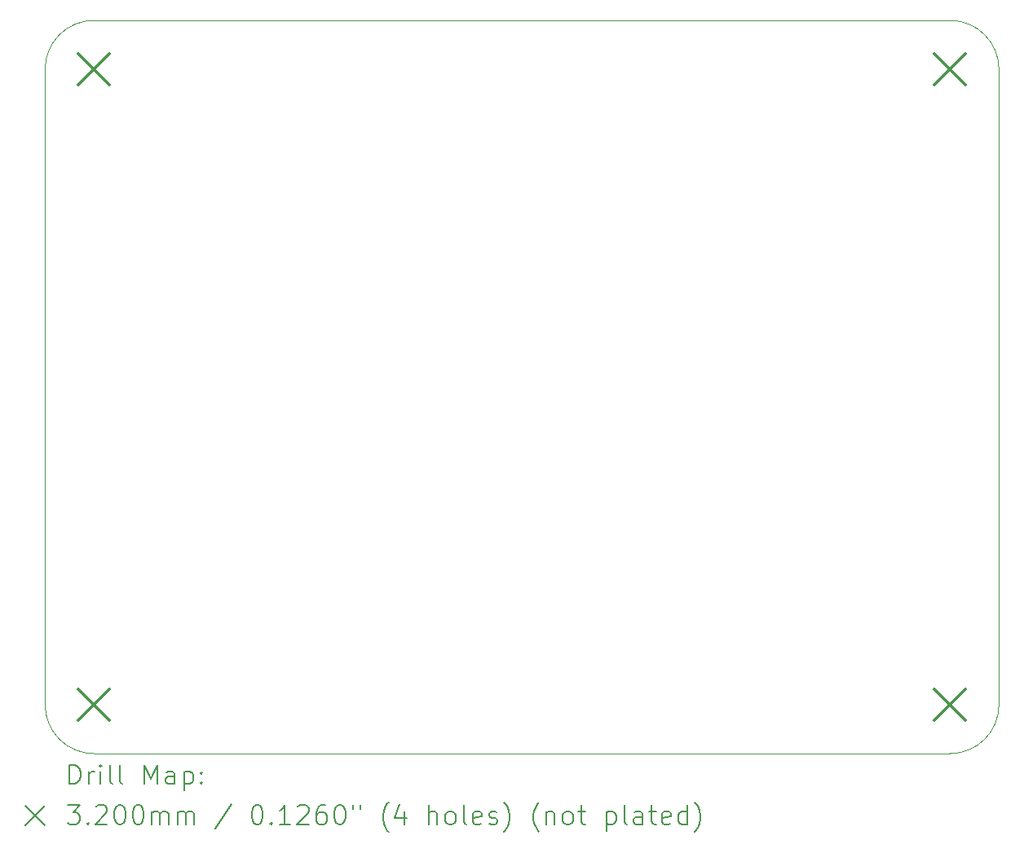
<source format=gbr>
%FSLAX45Y45*%
G04 Gerber Fmt 4.5, Leading zero omitted, Abs format (unit mm)*
G04 Created by KiCad (PCBNEW (6.0.0)) date 2022-01-24 17:52:32*
%MOMM*%
%LPD*%
G01*
G04 APERTURE LIST*
%TA.AperFunction,Profile*%
%ADD10C,0.100000*%
%TD*%
%ADD11C,0.200000*%
%ADD12C,0.320000*%
G04 APERTURE END LIST*
D10*
X8890000Y-2286000D02*
X12954000Y-2286000D01*
X13462000Y-9398000D02*
X13462000Y-2794000D01*
X4064000Y-2286000D02*
X8890000Y-2286000D01*
X3556000Y-9398000D02*
X3556000Y-2794000D01*
X4064000Y-9906000D02*
X12954000Y-9906000D01*
X13462000Y-2794000D02*
G75*
G03*
X12954000Y-2286000I-508000J0D01*
G01*
X3556000Y-9398000D02*
G75*
G03*
X4064000Y-9906000I508000J0D01*
G01*
X12954000Y-9906000D02*
G75*
G03*
X13462000Y-9398000I0J508000D01*
G01*
X4064000Y-2286000D02*
G75*
G03*
X3556000Y-2794000I0J-508000D01*
G01*
D11*
D12*
X3904000Y-2634000D02*
X4224000Y-2954000D01*
X4224000Y-2634000D02*
X3904000Y-2954000D01*
X3904000Y-9238000D02*
X4224000Y-9558000D01*
X4224000Y-9238000D02*
X3904000Y-9558000D01*
X12794000Y-2634000D02*
X13114000Y-2954000D01*
X13114000Y-2634000D02*
X12794000Y-2954000D01*
X12794000Y-9238000D02*
X13114000Y-9558000D01*
X13114000Y-9238000D02*
X12794000Y-9558000D01*
D11*
X3808619Y-10221476D02*
X3808619Y-10021476D01*
X3856238Y-10021476D01*
X3884809Y-10031000D01*
X3903857Y-10050048D01*
X3913381Y-10069095D01*
X3922905Y-10107190D01*
X3922905Y-10135762D01*
X3913381Y-10173857D01*
X3903857Y-10192905D01*
X3884809Y-10211952D01*
X3856238Y-10221476D01*
X3808619Y-10221476D01*
X4008619Y-10221476D02*
X4008619Y-10088143D01*
X4008619Y-10126238D02*
X4018143Y-10107190D01*
X4027667Y-10097667D01*
X4046714Y-10088143D01*
X4065762Y-10088143D01*
X4132428Y-10221476D02*
X4132428Y-10088143D01*
X4132428Y-10021476D02*
X4122905Y-10031000D01*
X4132428Y-10040524D01*
X4141952Y-10031000D01*
X4132428Y-10021476D01*
X4132428Y-10040524D01*
X4256238Y-10221476D02*
X4237190Y-10211952D01*
X4227667Y-10192905D01*
X4227667Y-10021476D01*
X4361000Y-10221476D02*
X4341952Y-10211952D01*
X4332429Y-10192905D01*
X4332429Y-10021476D01*
X4589571Y-10221476D02*
X4589571Y-10021476D01*
X4656238Y-10164333D01*
X4722905Y-10021476D01*
X4722905Y-10221476D01*
X4903857Y-10221476D02*
X4903857Y-10116714D01*
X4894333Y-10097667D01*
X4875286Y-10088143D01*
X4837190Y-10088143D01*
X4818143Y-10097667D01*
X4903857Y-10211952D02*
X4884810Y-10221476D01*
X4837190Y-10221476D01*
X4818143Y-10211952D01*
X4808619Y-10192905D01*
X4808619Y-10173857D01*
X4818143Y-10154810D01*
X4837190Y-10145286D01*
X4884810Y-10145286D01*
X4903857Y-10135762D01*
X4999095Y-10088143D02*
X4999095Y-10288143D01*
X4999095Y-10097667D02*
X5018143Y-10088143D01*
X5056238Y-10088143D01*
X5075286Y-10097667D01*
X5084810Y-10107190D01*
X5094333Y-10126238D01*
X5094333Y-10183381D01*
X5084810Y-10202429D01*
X5075286Y-10211952D01*
X5056238Y-10221476D01*
X5018143Y-10221476D01*
X4999095Y-10211952D01*
X5180048Y-10202429D02*
X5189571Y-10211952D01*
X5180048Y-10221476D01*
X5170524Y-10211952D01*
X5180048Y-10202429D01*
X5180048Y-10221476D01*
X5180048Y-10097667D02*
X5189571Y-10107190D01*
X5180048Y-10116714D01*
X5170524Y-10107190D01*
X5180048Y-10097667D01*
X5180048Y-10116714D01*
X3351000Y-10451000D02*
X3551000Y-10651000D01*
X3551000Y-10451000D02*
X3351000Y-10651000D01*
X3789571Y-10441476D02*
X3913381Y-10441476D01*
X3846714Y-10517667D01*
X3875286Y-10517667D01*
X3894333Y-10527190D01*
X3903857Y-10536714D01*
X3913381Y-10555762D01*
X3913381Y-10603381D01*
X3903857Y-10622429D01*
X3894333Y-10631952D01*
X3875286Y-10641476D01*
X3818143Y-10641476D01*
X3799095Y-10631952D01*
X3789571Y-10622429D01*
X3999095Y-10622429D02*
X4008619Y-10631952D01*
X3999095Y-10641476D01*
X3989571Y-10631952D01*
X3999095Y-10622429D01*
X3999095Y-10641476D01*
X4084809Y-10460524D02*
X4094333Y-10451000D01*
X4113381Y-10441476D01*
X4161000Y-10441476D01*
X4180048Y-10451000D01*
X4189571Y-10460524D01*
X4199095Y-10479571D01*
X4199095Y-10498619D01*
X4189571Y-10527190D01*
X4075286Y-10641476D01*
X4199095Y-10641476D01*
X4322905Y-10441476D02*
X4341952Y-10441476D01*
X4361000Y-10451000D01*
X4370524Y-10460524D01*
X4380048Y-10479571D01*
X4389571Y-10517667D01*
X4389571Y-10565286D01*
X4380048Y-10603381D01*
X4370524Y-10622429D01*
X4361000Y-10631952D01*
X4341952Y-10641476D01*
X4322905Y-10641476D01*
X4303857Y-10631952D01*
X4294333Y-10622429D01*
X4284810Y-10603381D01*
X4275286Y-10565286D01*
X4275286Y-10517667D01*
X4284810Y-10479571D01*
X4294333Y-10460524D01*
X4303857Y-10451000D01*
X4322905Y-10441476D01*
X4513381Y-10441476D02*
X4532429Y-10441476D01*
X4551476Y-10451000D01*
X4561000Y-10460524D01*
X4570524Y-10479571D01*
X4580048Y-10517667D01*
X4580048Y-10565286D01*
X4570524Y-10603381D01*
X4561000Y-10622429D01*
X4551476Y-10631952D01*
X4532429Y-10641476D01*
X4513381Y-10641476D01*
X4494333Y-10631952D01*
X4484810Y-10622429D01*
X4475286Y-10603381D01*
X4465762Y-10565286D01*
X4465762Y-10517667D01*
X4475286Y-10479571D01*
X4484810Y-10460524D01*
X4494333Y-10451000D01*
X4513381Y-10441476D01*
X4665762Y-10641476D02*
X4665762Y-10508143D01*
X4665762Y-10527190D02*
X4675286Y-10517667D01*
X4694333Y-10508143D01*
X4722905Y-10508143D01*
X4741952Y-10517667D01*
X4751476Y-10536714D01*
X4751476Y-10641476D01*
X4751476Y-10536714D02*
X4761000Y-10517667D01*
X4780048Y-10508143D01*
X4808619Y-10508143D01*
X4827667Y-10517667D01*
X4837190Y-10536714D01*
X4837190Y-10641476D01*
X4932429Y-10641476D02*
X4932429Y-10508143D01*
X4932429Y-10527190D02*
X4941952Y-10517667D01*
X4961000Y-10508143D01*
X4989571Y-10508143D01*
X5008619Y-10517667D01*
X5018143Y-10536714D01*
X5018143Y-10641476D01*
X5018143Y-10536714D02*
X5027667Y-10517667D01*
X5046714Y-10508143D01*
X5075286Y-10508143D01*
X5094333Y-10517667D01*
X5103857Y-10536714D01*
X5103857Y-10641476D01*
X5494333Y-10431952D02*
X5322905Y-10689095D01*
X5751476Y-10441476D02*
X5770524Y-10441476D01*
X5789571Y-10451000D01*
X5799095Y-10460524D01*
X5808619Y-10479571D01*
X5818143Y-10517667D01*
X5818143Y-10565286D01*
X5808619Y-10603381D01*
X5799095Y-10622429D01*
X5789571Y-10631952D01*
X5770524Y-10641476D01*
X5751476Y-10641476D01*
X5732428Y-10631952D01*
X5722905Y-10622429D01*
X5713381Y-10603381D01*
X5703857Y-10565286D01*
X5703857Y-10517667D01*
X5713381Y-10479571D01*
X5722905Y-10460524D01*
X5732428Y-10451000D01*
X5751476Y-10441476D01*
X5903857Y-10622429D02*
X5913381Y-10631952D01*
X5903857Y-10641476D01*
X5894333Y-10631952D01*
X5903857Y-10622429D01*
X5903857Y-10641476D01*
X6103857Y-10641476D02*
X5989571Y-10641476D01*
X6046714Y-10641476D02*
X6046714Y-10441476D01*
X6027667Y-10470048D01*
X6008619Y-10489095D01*
X5989571Y-10498619D01*
X6180048Y-10460524D02*
X6189571Y-10451000D01*
X6208619Y-10441476D01*
X6256238Y-10441476D01*
X6275286Y-10451000D01*
X6284809Y-10460524D01*
X6294333Y-10479571D01*
X6294333Y-10498619D01*
X6284809Y-10527190D01*
X6170524Y-10641476D01*
X6294333Y-10641476D01*
X6465762Y-10441476D02*
X6427667Y-10441476D01*
X6408619Y-10451000D01*
X6399095Y-10460524D01*
X6380048Y-10489095D01*
X6370524Y-10527190D01*
X6370524Y-10603381D01*
X6380048Y-10622429D01*
X6389571Y-10631952D01*
X6408619Y-10641476D01*
X6446714Y-10641476D01*
X6465762Y-10631952D01*
X6475286Y-10622429D01*
X6484809Y-10603381D01*
X6484809Y-10555762D01*
X6475286Y-10536714D01*
X6465762Y-10527190D01*
X6446714Y-10517667D01*
X6408619Y-10517667D01*
X6389571Y-10527190D01*
X6380048Y-10536714D01*
X6370524Y-10555762D01*
X6608619Y-10441476D02*
X6627667Y-10441476D01*
X6646714Y-10451000D01*
X6656238Y-10460524D01*
X6665762Y-10479571D01*
X6675286Y-10517667D01*
X6675286Y-10565286D01*
X6665762Y-10603381D01*
X6656238Y-10622429D01*
X6646714Y-10631952D01*
X6627667Y-10641476D01*
X6608619Y-10641476D01*
X6589571Y-10631952D01*
X6580048Y-10622429D01*
X6570524Y-10603381D01*
X6561000Y-10565286D01*
X6561000Y-10517667D01*
X6570524Y-10479571D01*
X6580048Y-10460524D01*
X6589571Y-10451000D01*
X6608619Y-10441476D01*
X6751476Y-10441476D02*
X6751476Y-10479571D01*
X6827667Y-10441476D02*
X6827667Y-10479571D01*
X7122905Y-10717667D02*
X7113381Y-10708143D01*
X7094333Y-10679571D01*
X7084809Y-10660524D01*
X7075286Y-10631952D01*
X7065762Y-10584333D01*
X7065762Y-10546238D01*
X7075286Y-10498619D01*
X7084809Y-10470048D01*
X7094333Y-10451000D01*
X7113381Y-10422429D01*
X7122905Y-10412905D01*
X7284809Y-10508143D02*
X7284809Y-10641476D01*
X7237190Y-10431952D02*
X7189571Y-10574810D01*
X7313381Y-10574810D01*
X7541952Y-10641476D02*
X7541952Y-10441476D01*
X7627667Y-10641476D02*
X7627667Y-10536714D01*
X7618143Y-10517667D01*
X7599095Y-10508143D01*
X7570524Y-10508143D01*
X7551476Y-10517667D01*
X7541952Y-10527190D01*
X7751476Y-10641476D02*
X7732428Y-10631952D01*
X7722905Y-10622429D01*
X7713381Y-10603381D01*
X7713381Y-10546238D01*
X7722905Y-10527190D01*
X7732428Y-10517667D01*
X7751476Y-10508143D01*
X7780048Y-10508143D01*
X7799095Y-10517667D01*
X7808619Y-10527190D01*
X7818143Y-10546238D01*
X7818143Y-10603381D01*
X7808619Y-10622429D01*
X7799095Y-10631952D01*
X7780048Y-10641476D01*
X7751476Y-10641476D01*
X7932428Y-10641476D02*
X7913381Y-10631952D01*
X7903857Y-10612905D01*
X7903857Y-10441476D01*
X8084809Y-10631952D02*
X8065762Y-10641476D01*
X8027667Y-10641476D01*
X8008619Y-10631952D01*
X7999095Y-10612905D01*
X7999095Y-10536714D01*
X8008619Y-10517667D01*
X8027667Y-10508143D01*
X8065762Y-10508143D01*
X8084809Y-10517667D01*
X8094333Y-10536714D01*
X8094333Y-10555762D01*
X7999095Y-10574810D01*
X8170524Y-10631952D02*
X8189571Y-10641476D01*
X8227667Y-10641476D01*
X8246714Y-10631952D01*
X8256238Y-10612905D01*
X8256238Y-10603381D01*
X8246714Y-10584333D01*
X8227667Y-10574810D01*
X8199095Y-10574810D01*
X8180048Y-10565286D01*
X8170524Y-10546238D01*
X8170524Y-10536714D01*
X8180048Y-10517667D01*
X8199095Y-10508143D01*
X8227667Y-10508143D01*
X8246714Y-10517667D01*
X8322905Y-10717667D02*
X8332428Y-10708143D01*
X8351476Y-10679571D01*
X8361000Y-10660524D01*
X8370524Y-10631952D01*
X8380048Y-10584333D01*
X8380048Y-10546238D01*
X8370524Y-10498619D01*
X8361000Y-10470048D01*
X8351476Y-10451000D01*
X8332428Y-10422429D01*
X8322905Y-10412905D01*
X8684810Y-10717667D02*
X8675286Y-10708143D01*
X8656238Y-10679571D01*
X8646714Y-10660524D01*
X8637190Y-10631952D01*
X8627667Y-10584333D01*
X8627667Y-10546238D01*
X8637190Y-10498619D01*
X8646714Y-10470048D01*
X8656238Y-10451000D01*
X8675286Y-10422429D01*
X8684810Y-10412905D01*
X8761000Y-10508143D02*
X8761000Y-10641476D01*
X8761000Y-10527190D02*
X8770524Y-10517667D01*
X8789571Y-10508143D01*
X8818143Y-10508143D01*
X8837190Y-10517667D01*
X8846714Y-10536714D01*
X8846714Y-10641476D01*
X8970524Y-10641476D02*
X8951476Y-10631952D01*
X8941952Y-10622429D01*
X8932429Y-10603381D01*
X8932429Y-10546238D01*
X8941952Y-10527190D01*
X8951476Y-10517667D01*
X8970524Y-10508143D01*
X8999095Y-10508143D01*
X9018143Y-10517667D01*
X9027667Y-10527190D01*
X9037190Y-10546238D01*
X9037190Y-10603381D01*
X9027667Y-10622429D01*
X9018143Y-10631952D01*
X8999095Y-10641476D01*
X8970524Y-10641476D01*
X9094333Y-10508143D02*
X9170524Y-10508143D01*
X9122905Y-10441476D02*
X9122905Y-10612905D01*
X9132429Y-10631952D01*
X9151476Y-10641476D01*
X9170524Y-10641476D01*
X9389571Y-10508143D02*
X9389571Y-10708143D01*
X9389571Y-10517667D02*
X9408619Y-10508143D01*
X9446714Y-10508143D01*
X9465762Y-10517667D01*
X9475286Y-10527190D01*
X9484810Y-10546238D01*
X9484810Y-10603381D01*
X9475286Y-10622429D01*
X9465762Y-10631952D01*
X9446714Y-10641476D01*
X9408619Y-10641476D01*
X9389571Y-10631952D01*
X9599095Y-10641476D02*
X9580048Y-10631952D01*
X9570524Y-10612905D01*
X9570524Y-10441476D01*
X9761000Y-10641476D02*
X9761000Y-10536714D01*
X9751476Y-10517667D01*
X9732429Y-10508143D01*
X9694333Y-10508143D01*
X9675286Y-10517667D01*
X9761000Y-10631952D02*
X9741952Y-10641476D01*
X9694333Y-10641476D01*
X9675286Y-10631952D01*
X9665762Y-10612905D01*
X9665762Y-10593857D01*
X9675286Y-10574810D01*
X9694333Y-10565286D01*
X9741952Y-10565286D01*
X9761000Y-10555762D01*
X9827667Y-10508143D02*
X9903857Y-10508143D01*
X9856238Y-10441476D02*
X9856238Y-10612905D01*
X9865762Y-10631952D01*
X9884810Y-10641476D01*
X9903857Y-10641476D01*
X10046714Y-10631952D02*
X10027667Y-10641476D01*
X9989571Y-10641476D01*
X9970524Y-10631952D01*
X9961000Y-10612905D01*
X9961000Y-10536714D01*
X9970524Y-10517667D01*
X9989571Y-10508143D01*
X10027667Y-10508143D01*
X10046714Y-10517667D01*
X10056238Y-10536714D01*
X10056238Y-10555762D01*
X9961000Y-10574810D01*
X10227667Y-10641476D02*
X10227667Y-10441476D01*
X10227667Y-10631952D02*
X10208619Y-10641476D01*
X10170524Y-10641476D01*
X10151476Y-10631952D01*
X10141952Y-10622429D01*
X10132429Y-10603381D01*
X10132429Y-10546238D01*
X10141952Y-10527190D01*
X10151476Y-10517667D01*
X10170524Y-10508143D01*
X10208619Y-10508143D01*
X10227667Y-10517667D01*
X10303857Y-10717667D02*
X10313381Y-10708143D01*
X10332429Y-10679571D01*
X10341952Y-10660524D01*
X10351476Y-10631952D01*
X10361000Y-10584333D01*
X10361000Y-10546238D01*
X10351476Y-10498619D01*
X10341952Y-10470048D01*
X10332429Y-10451000D01*
X10313381Y-10422429D01*
X10303857Y-10412905D01*
M02*

</source>
